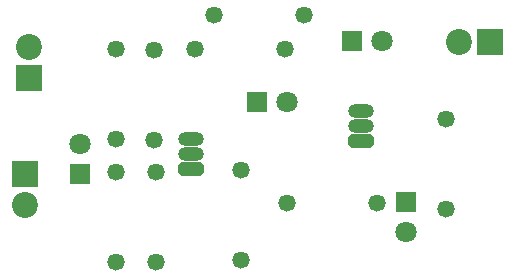
<source format=gbr>
G04 DipTrace 3.0.0.1*
G04 BottomMask.gbr*
%MOIN*%
G04 #@! TF.FileFunction,Soldermask,Bot*
G04 #@! TF.Part,Single*
%AMOUTLINE1*
4,1,8,
-0.031158,0.023622,
-0.043307,0.011473,
-0.043307,-0.011473,
-0.031158,-0.023622,
0.031158,-0.023622,
0.043307,-0.011473,
0.043307,0.011473,
0.031158,0.023622,
-0.031158,0.023622,
0*%
%ADD28C,0.057874*%
%ADD30C,0.057874*%
%ADD32O,0.086614X0.047244*%
%ADD34C,0.086614*%
%ADD36R,0.086614X0.086614*%
%ADD37R,0.070866X0.070866*%
%ADD39C,0.070866*%
%ADD44OUTLINE1*%
%FSLAX26Y26*%
G04*
G70*
G90*
G75*
G01*
G04 BotMask*
%LPD*%
D39*
X1701969Y1125984D3*
D37*
X1601969D3*
D39*
X2019685Y1331890D3*
D37*
X1919685D3*
D39*
X2098819Y693701D3*
D37*
Y793701D3*
D39*
X1014567Y988583D3*
D37*
Y888583D3*
D36*
X842913Y1206299D3*
D34*
Y1311417D3*
D44*
X1383071Y903543D3*
D32*
Y953543D3*
Y1003543D3*
D44*
X1950394Y996850D3*
D32*
Y1046850D3*
Y1096850D3*
D30*
X1261024Y1300787D3*
D28*
Y1000787D3*
D30*
X1134646Y1305118D3*
D28*
Y1005118D3*
D30*
X1135039Y895276D3*
D28*
Y595276D3*
D30*
X1268110Y894882D3*
D28*
Y594882D3*
D30*
X1396063Y1305118D3*
D28*
X1696063D3*
D30*
X1460630Y1418110D3*
D28*
X1760630D3*
D30*
X1550787Y900000D3*
D28*
Y600000D3*
D30*
X2003150Y790551D3*
D28*
X1703150D3*
D30*
X2232677Y1068898D3*
D28*
Y768898D3*
D36*
X2381496Y1327165D3*
D34*
X2276378D3*
D36*
X831102Y888583D3*
D34*
Y783465D3*
M02*

</source>
